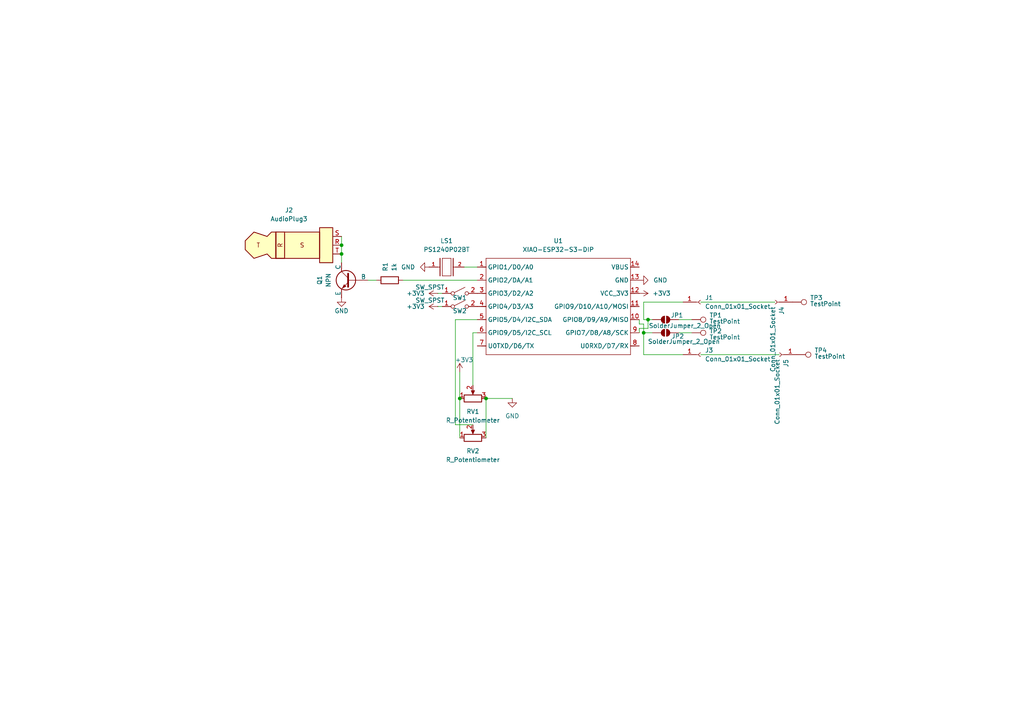
<source format=kicad_sch>
(kicad_sch (version 20231120) (generator "eeschema") (generator_version "8.0")
  (paper "A4")
  (lib_symbols
    (symbol "Connector:Conn_01x01_Socket" (pin_names (offset 1.016) hide)
      (property "Reference" "J" (at 0 2.54 0))
      (property "Value" "Conn_01x01_Socket" (at 0 -2.54 0))
      (symbol "Conn_01x01_Socket_1_1"
        (polyline (pts (xy -1.27 0) (xy -0.508 0)) (stroke (width 0.1524)))
        (arc (start 0 0.508) (mid -0.5058 0) (end 0 -0.508) (stroke (width 0.1524)))
        (pin passive line (at -5.08 0 0) (length 3.81) (name "Pin_1") (number "1"))
      )
    )
    (symbol "Connector:TestPoint" (pin_numbers hide) (pin_names (offset 0.762) hide)
      (property "Reference" "TP" (at 0 6.858 0))
      (property "Value" "TestPoint" (at 0 5.08 0))
      (symbol "TestPoint_0_1"
        (circle (center 0 3.302) (radius 0.762))
      )
      (symbol "TestPoint_1_1"
        (pin passive line (at 0 0 90) (length 2.54) (name "1") (number "1"))
      )
    )
    (symbol "Connector_Audio:AudioPlug3"
      (property "Reference" "J" (at 1.27 6.35 0))
      (property "Value" "AudioPlug3" (at 1.27 -6.35 0))
      (symbol "AudioPlug3_0_0"
        (text "R" (at -2.54 0 900) (effects (font (size 1.27 1.27))))
      )
      (symbol "AudioPlug3_0_1"
        (rectangle (start -3.81 3.81) (end -1.27 -3.81) (stroke (width 0.254)))
        (rectangle (start -1.27 -1.27) (end -1.27 -1.27))
      )
      (symbol "AudioPlug3_1_0"
        (text "S" (at 3.81 0 0) (effects (font (size 1.27 1.27))))
        (text "T" (at -8.89 0 0) (effects (font (size 1.27 1.27))))
      )
      (symbol "AudioPlug3_1_1"
        (rectangle (start -3.81 3.81) (end 8.89 -3.81) (stroke (width 0.254)) (fill (type background)))
        (polyline (pts (xy -3.81 3.81) (xy -5.08 3.81) (xy -6.35 2.54) (xy -10.16 3.81) (xy -12.7 1.27) (xy -12.7 -1.27) (xy -10.16 -3.81) (xy -6.35 -2.54) (xy -5.08 -3.81) (xy -3.81 -3.81) (xy -3.81 3.81)) (stroke (width 0.254)) (fill (type background)))
        (rectangle (start 12.7 5.08) (end 8.89 -5.08) (stroke (width 0.254)) (fill (type background)))
        (pin passive line (at 15.24 0 180) (length 2.54) (name "~") (number "R"))
        (pin passive line (at 15.24 2.54 180) (length 2.54) (name "~") (number "S"))
        (pin passive line (at 15.24 -2.54 180) (length 2.54) (name "~") (number "T"))
      )
    )
    (symbol "Device:R" (pin_numbers hide) (pin_names (offset 0))
      (property "Reference" "R" (at 2.032 0 90))
      (property "Value" "R" (at 0 0 90))
      (symbol "R_0_1"
        (rectangle (start -1.016 -2.54) (end 1.016 2.54) (stroke (width 0.254)))
      )
      (symbol "R_1_1"
        (pin passive line (at 0 3.81 270) (length 1.27) (name "~") (number "1"))
        (pin passive line (at 0 -3.81 90) (length 1.27) (name "~") (number "2"))
      )
    )
    (symbol "Device:R_Potentiometer" (pin_names (offset 1.016) hide)
      (property "Reference" "RV" (at -4.445 0 90))
      (property "Value" "R_Potentiometer" (at -2.54 0 90))
      (symbol "R_Potentiometer_0_1"
        (polyline (pts (xy 2.54 0) (xy 1.524 0)))
        (polyline (pts (xy 1.143 0) (xy 2.286 0.508) (xy 2.286 -0.508) (xy 1.143 0)) (fill (type outline)))
        (rectangle (start 1.016 2.54) (end -1.016 -2.54) (stroke (width 0.254)))
      )
      (symbol "R_Potentiometer_1_1"
        (pin passive line (at 0 3.81 270) (length 1.27) (name "1") (number "1"))
        (pin passive line (at 3.81 0 180) (length 1.27) (name "2") (number "2"))
        (pin passive line (at 0 -3.81 90) (length 1.27) (name "3") (number "3"))
      )
    )
    (symbol "Jumper:SolderJumper_2_Open" (pin_numbers hide) (pin_names (offset 0) hide) (exclude_from_sim yes) (in_bom no)
      (property "Reference" "JP" (at 0 2.032 0))
      (property "Value" "SolderJumper_2_Open" (at 0 -2.54 0))
      (symbol "SolderJumper_2_Open_0_1"
        (arc (start -0.254 1.016) (mid -1.2656 0) (end -0.254 -1.016))
        (arc (start -0.254 1.016) (mid -1.2656 0) (end -0.254 -1.016) (fill (type outline)))
        (polyline (pts (xy -0.254 1.016) (xy -0.254 -1.016)))
        (polyline (pts (xy 0.254 1.016) (xy 0.254 -1.016)))
        (arc (start 0.254 -1.016) (mid 1.2656 0) (end 0.254 1.016))
        (arc (start 0.254 -1.016) (mid 1.2656 0) (end 0.254 1.016) (fill (type outline)))
      )
      (symbol "SolderJumper_2_Open_1_1"
        (pin passive line (at -3.81 0 0) (length 2.54) (name "A") (number "1"))
        (pin passive line (at 3.81 0 180) (length 2.54) (name "B") (number "2"))
      )
    )
    (symbol "PS1240P02BT:PS1240P02BT" (pin_names (offset 1.016))
      (property "Reference" "LS" (at -3.81 3.81 0))
      (property "Value" "PS1240P02BT" (at -3.81 -5.08 0))
      (symbol "PS1240P02BT_0_0"
        (polyline (pts (xy -2.54 0) (xy -1.905 0)) (stroke (width 0.1524)))
        (polyline (pts (xy -1.905 -2.54) (xy -1.905 0)) (stroke (width 0.254)))
        (polyline (pts (xy -1.905 0) (xy -1.905 2.54)) (stroke (width 0.254)))
        (polyline (pts (xy -1.27 -2.54) (xy 1.27 -2.54)) (stroke (width 0.1524)))
        (polyline (pts (xy -1.27 2.54) (xy -1.27 -2.54)) (stroke (width 0.1524)))
        (polyline (pts (xy 1.27 -2.54) (xy 1.27 2.54)) (stroke (width 0.1524)))
        (polyline (pts (xy 1.27 2.54) (xy -1.27 2.54)) (stroke (width 0.1524)))
        (polyline (pts (xy 1.905 0) (xy 1.905 -2.54)) (stroke (width 0.254)))
        (polyline (pts (xy 1.905 0) (xy 2.54 0)) (stroke (width 0.1524)))
        (polyline (pts (xy 1.905 2.54) (xy 1.905 0)) (stroke (width 0.254)))
        (pin passive line (at -5.08 0 0) (length 2.54) (name "~") (number "1"))
        (pin passive line (at 5.08 0 180) (length 2.54) (name "~") (number "2"))
      )
    )
    (symbol "Seeed_Studio_XIAO_Series:XIAO-ESP32-S3-DIP"
      (property "Reference" "U" (at 1.27 0.508 0))
      (property "Value" "XIAO-ESP32-S3-DIP" (at 9.652 -1.778 0))
      (symbol "XIAO-ESP32-S3-DIP_1_0"
        (polyline (pts (xy 0 -30.48) (xy 0 -16.51)) (stroke (width 0.1524)))
        (polyline (pts (xy 0 -27.94) (xy -1.27 -27.94)) (stroke (width 0.1524)))
        (polyline (pts (xy 0 -24.13) (xy -1.27 -24.13)) (stroke (width 0.1524)))
        (polyline (pts (xy 0 -20.32) (xy -1.27 -20.32)) (stroke (width 0.1524)))
        (polyline (pts (xy 0 -16.51) (xy -1.27 -16.51)) (stroke (width 0.1524)))
        (polyline (pts (xy 0 -16.51) (xy 0 -12.7)) (stroke (width 0.1524)))
        (polyline (pts (xy 0 -12.7) (xy -1.27 -12.7)) (stroke (width 0.1524)))
        (polyline (pts (xy 0 -12.7) (xy 0 -8.89)) (stroke (width 0.1524)))
        (polyline (pts (xy 0 -8.89) (xy -1.27 -8.89)) (stroke (width 0.1524)))
        (polyline (pts (xy 0 -8.89) (xy 0 -5.08)) (stroke (width 0.1524)))
        (polyline (pts (xy 0 -5.08) (xy -1.27 -5.08)) (stroke (width 0.1524)))
        (polyline (pts (xy 0 -5.08) (xy 0 -2.54)) (stroke (width 0.1524)))
        (polyline (pts (xy 0 -2.54) (xy 41.91 -2.54)) (stroke (width 0.1524)))
        (polyline (pts (xy 41.91 -30.48) (xy 0 -30.48)) (stroke (width 0.1524)))
        (polyline (pts (xy 41.91 -12.7) (xy 41.91 -30.48)) (stroke (width 0.1524)))
        (polyline (pts (xy 41.91 -8.89) (xy 41.91 -12.7)) (stroke (width 0.1524)))
        (polyline (pts (xy 41.91 -5.08) (xy 41.91 -8.89)) (stroke (width 0.1524)))
        (polyline (pts (xy 41.91 -2.54) (xy 41.91 -5.08)) (stroke (width 0.1524)))
        (polyline (pts (xy 43.18 -27.94) (xy 41.91 -27.94)) (stroke (width 0.1524)))
        (polyline (pts (xy 43.18 -24.13) (xy 41.91 -24.13)) (stroke (width 0.1524)))
        (polyline (pts (xy 43.18 -20.32) (xy 41.91 -20.32)) (stroke (width 0.1524)))
        (polyline (pts (xy 43.18 -16.51) (xy 41.91 -16.51)) (stroke (width 0.1524)))
        (polyline (pts (xy 43.18 -12.7) (xy 41.91 -12.7)) (stroke (width 0.1524)))
        (polyline (pts (xy 43.18 -8.89) (xy 41.91 -8.89)) (stroke (width 0.1524)))
        (polyline (pts (xy 43.18 -5.08) (xy 41.91 -5.08)) (stroke (width 0.1524)))
        (pin passive line (at -2.54 -5.08 0) (length 2.54) (name "GPIO1/D0/A0") (number "1"))
        (pin passive line (at 44.45 -20.32 180) (length 2.54) (name "GPIO8/D9/A9/MISO") (number "10"))
        (pin passive line (at 44.45 -16.51 180) (length 2.54) (name "GPIO9/D10/A10/MOSI") (number "11"))
        (pin passive line (at 44.45 -12.7 180) (length 2.54) (name "VCC_3V3") (number "12"))
        (pin passive line (at 44.45 -8.89 180) (length 2.54) (name "GND") (number "13"))
        (pin passive line (at 44.45 -5.08 180) (length 2.54) (name "VBUS") (number "14"))
        (pin passive line (at -2.54 -8.89 0) (length 2.54) (name "GPIO2/DA/A1") (number "2"))
        (pin passive line (at -2.54 -12.7 0) (length 2.54) (name "GPIO3/D2/A2") (number "3"))
        (pin passive line (at -2.54 -16.51 0) (length 2.54) (name "GPIO4/D3/A3") (number "4"))
        (pin passive line (at -2.54 -20.32 0) (length 2.54) (name "GPIO5/D4/I2C_SDA") (number "5"))
        (pin passive line (at -2.54 -24.13 0) (length 2.54) (name "GPIO9/D5/I2C_SCL") (number "6"))
        (pin passive line (at -2.54 -27.94 0) (length 2.54) (name "U0TXD/D6/TX") (number "7"))
        (pin passive line (at 44.45 -27.94 180) (length 2.54) (name "U0RXD/D7/RX") (number "8"))
        (pin passive line (at 44.45 -24.13 180) (length 2.54) (name "GPIO7/D8/A8/SCK") (number "9"))
      )
    )
    (symbol "Simulation_SPICE:NPN" (pin_numbers hide) (pin_names (offset 0))
      (property "Reference" "Q" (at -2.54 7.62 0))
      (property "Value" "NPN" (at -2.54 5.08 0))
      (symbol "NPN_0_1"
        (polyline (pts (xy -2.54 0) (xy 0.635 0)) (stroke (width 0.1524)))
        (polyline (pts (xy 0.635 0.635) (xy 2.54 2.54)))
        (polyline (pts (xy 2.794 -1.27) (xy 2.794 -1.27)) (stroke (width 0.1524)))
        (polyline (pts (xy 2.794 -1.27) (xy 2.794 -1.27)) (stroke (width 0.1524)))
        (polyline (pts (xy 0.635 -0.635) (xy 2.54 -2.54) (xy 2.54 -2.54)))
        (polyline (pts (xy 0.635 1.905) (xy 0.635 -1.905) (xy 0.635 -1.905)) (stroke (width 0.508)))
        (polyline (pts (xy 1.27 -1.778) (xy 1.778 -1.27) (xy 2.286 -2.286) (xy 1.27 -1.778) (xy 1.27 -1.778)) (fill (type outline)))
        (circle (center 1.27 0) (radius 2.8194) (stroke (width 0.254)))
      )
      (symbol "NPN_1_1"
        (pin open_collector line (at 2.54 5.08 270) (length 2.54) (name "C") (number "1"))
        (pin input line (at -5.08 0 0) (length 2.54) (name "B") (number "2"))
        (pin open_emitter line (at 2.54 -5.08 90) (length 2.54) (name "E") (number "3"))
      )
    )
    (symbol "Switch:SW_SPST" (pin_names (offset 0) hide)
      (property "Reference" "SW" (at 0 3.175 0))
      (property "Value" "SW_SPST" (at 0 -2.54 0))
      (symbol "SW_SPST_0_0"
        (circle (center -2.032 0) (radius 0.508))
        (polyline (pts (xy -1.524 0.254) (xy 1.524 1.778)))
        (circle (center 2.032 0) (radius 0.508))
      )
      (symbol "SW_SPST_1_1"
        (pin passive line (at -5.08 0 0) (length 2.54) (name "A") (number "1"))
        (pin passive line (at 5.08 0 180) (length 2.54) (name "B") (number "2"))
      )
    )
    (symbol "power:+3V3" (power) (pin_numbers hide) (pin_names (offset 0) hide)
      (property "Value" "+3V3" (at 0 3.556 0))
      (symbol "+3V3_0_1"
        (polyline (pts (xy -0.762 1.27) (xy 0 2.54)))
        (polyline (pts (xy 0 0) (xy 0 2.54)))
        (polyline (pts (xy 0 2.54) (xy 0.762 1.27)))
      )
      (symbol "+3V3_1_1"
        (pin power_in line (at 0 0 90) (length 0) (name "~") (number "1"))
      )
    )
    (symbol "power:GND" (power) (pin_numbers hide) (pin_names (offset 0) hide)
      (property "Value" "GND" (at 0 -3.81 0))
      (symbol "GND_0_1"
        (polyline (pts (xy 0 0) (xy 0 -1.27) (xy 1.27 -1.27) (xy 0 -2.54) (xy -1.27 -1.27) (xy 0 -1.27)))
      )
      (symbol "GND_1_1"
        (pin power_in line (at 0 0 270) (length 0) (name "~") (number "1"))
      )
    )
  )
  (junction (at 186.69 96.52))
  (junction (at 99.06 71.12))
  (junction (at 140.97 115.57))
  (junction (at 133.35 115.57))
  (junction (at 99.06 73.66))
  (junction (at 187.96 92.71))
  (wire (pts (xy 137.16 96.52) (xy 138.43 96.52)))
  (wire (pts (xy 185.42 93.98) (xy 186.69 93.98)))
  (wire (pts (xy 140.97 115.57) (xy 148.59 115.57)))
  (wire (pts (xy 99.06 71.12) (xy 99.06 73.66)))
  (wire (pts (xy 137.16 96.52) (xy 137.16 111.76)))
  (wire (pts (xy 185.42 96.52) (xy 185.42 95.25)))
  (wire (pts (xy 189.23 96.52) (xy 186.69 96.52)))
  (wire (pts (xy 128.27 88.9) (xy 127 88.9)))
  (wire (pts (xy 203.2 87.63) (xy 224.79 87.63)))
  (wire (pts (xy 200.66 96.52) (xy 196.85 96.52)))
  (wire (pts (xy 99.06 68.58) (xy 99.06 71.12)))
  (wire (pts (xy 132.08 123.19) (xy 132.08 92.71)))
  (wire (pts (xy 186.69 102.87) (xy 198.12 102.87)))
  (wire (pts (xy 189.23 92.71) (xy 187.96 92.71)))
  (wire (pts (xy 187.96 95.25) (xy 187.96 92.71)))
  (wire (pts (xy 137.16 123.19) (xy 132.08 123.19)))
  (wire (pts (xy 133.35 115.57) (xy 133.35 127)))
  (wire (pts (xy 186.69 96.52) (xy 186.69 102.87)))
  (wire (pts (xy 99.06 73.66) (xy 99.06 76.2)))
  (wire (pts (xy 185.42 92.71) (xy 185.42 93.98)))
  (wire (pts (xy 133.35 115.57) (xy 133.35 107.95)))
  (wire (pts (xy 203.2 102.87) (xy 226.06 102.87)))
  (wire (pts (xy 186.69 93.98) (xy 186.69 96.52)))
  (wire (pts (xy 132.08 92.71) (xy 138.43 92.71)))
  (wire (pts (xy 185.42 95.25) (xy 187.96 95.25)))
  (wire (pts (xy 186.69 92.71) (xy 186.69 87.63)))
  (wire (pts (xy 116.84 81.28) (xy 138.43 81.28)))
  (wire (pts (xy 134.62 77.47) (xy 138.43 77.47)))
  (wire (pts (xy 106.68 81.28) (xy 109.22 81.28)))
  (wire (pts (xy 128.27 85.09) (xy 127 85.09)))
  (wire (pts (xy 200.66 92.71) (xy 196.85 92.71)))
  (wire (pts (xy 187.96 92.71) (xy 186.69 92.71)))
  (wire (pts (xy 186.69 87.63) (xy 198.12 87.63)))
  (wire (pts (xy 140.97 115.57) (xy 140.97 127)))
  (symbol (lib_id "Connector:TestPoint") (at 231.14 102.87 270) (unit 1)
    (property "Reference" "TP4" (at 236.22 101.5999 90) (effects (justify left)))
    (property "Value" "TestPoint" (at 236.22 103.378 90) (effects (justify left)))
    (property "Footprint" "Custom:Copper Pad" (effects (hide yes)))
    (property "Description" "test point" (effects (hide yes)))
  )
  (symbol (lib_id "power:GND") (at 124.46 77.47 270) (unit 1)
    (property "Reference" "#PWR02" (effects (hide yes)))
    (property "Value" "GND" (at 120.396 77.47 90) (effects (justify right)))
    (property "Description" "Power symbol creates a global label with name \"GND\" , ground" (effects (hide yes)))
  )
  (symbol (lib_id "Connector:TestPoint") (at 229.87 87.63 270) (unit 1)
    (property "Reference" "TP3" (at 234.95 86.3599 90) (effects (justify left)))
    (property "Value" "TestPoint" (at 234.95 88.138 90) (effects (justify left)))
    (property "Footprint" "Custom:Copper Pad" (effects (hide yes)))
    (property "Description" "test point" (effects (hide yes)))
  )
  (symbol (lib_id "Connector:Conn_01x01_Socket") (at 226.06 102.87 180) (unit 1)
    (property "Reference" "J5" (at 227.9651 104.14 90) (effects (justify left)))
    (property "Value" "Conn_01x01_Socket" (at 225.4251 104.14 90) (effects (justify left)))
    (property "Footprint" "Connector_Wire:SolderWire-0.1sqmm_1x01_D0.4mm_OD1mm" (effects (hide yes)))
    (property "Description" "Generic connector, single row, 01x01, script generated" (effects (hide yes)))
  )
  (symbol (lib_id "power:GND") (at 185.42 81.28 90) (unit 1)
    (property "Reference" "#PWR06" (effects (hide yes)))
    (property "Value" "GND" (at 189.484 81.28 90) (effects (justify right)))
    (property "Description" "Power symbol creates a global label with name \"GND\" , ground" (effects (hide yes)))
  )
  (symbol (lib_id "Switch:SW_SPST") (at 133.35 85.09 0) (unit 1)
    (property "Reference" "SW1" (at 133.35 86.36 0))
    (property "Value" "SW_SPST" (at 124.714 83.312 0))
    (property "Footprint" "Button_Switch_THT:SW_Slide_SPDT_Straight_CK_OS102011MS2Q" (effects (hide yes)))
    (property "Description" "Single Pole Single Throw (SPST) switch" (effects (hide yes)))
  )
  (symbol (lib_id "Jumper:SolderJumper_2_Open") (at 193.04 92.71 0) (unit 1) (exclude_from_sim yes) (in_bom no)
    (property "Reference" "JP2" (at 196.596 97.536 0))
    (property "Value" "SolderJumper_2_Open" (at 198.628 94.488 0))
    (property "Footprint" "Jumper:SolderJumper-2_P1.3mm_Open_Pad1.0x1.5mm" (effects (hide yes)))
    (property "Description" "Solder Jumper, 2-pole, open" (effects (hide yes)))
  )
  (symbol (lib_id "Connector_Audio:AudioPlug3") (at 83.82 71.12 0) (unit 1)
    (property "Reference" "J2" (at 83.82 60.96 0))
    (property "Value" "AudioPlug3" (at 83.82 63.5 0))
    (property "Footprint" "Connector_Audio:Jack_3.5mm_CUI_SJ1-3533NG_Horizontal" (effects (hide yes)))
    (property "Description" "Audio Jack, 3 Poles (Stereo / TRS)" (effects (hide yes)))
  )
  (symbol (lib_id "power:+3V3") (at 127 88.9 90) (unit 1)
    (property "Reference" "#PWR08" (effects (hide yes)))
    (property "Value" "+3V3" (at 123.19 88.8999 90) (effects (justify left)))
    (property "Description" "Power symbol creates a global label with name \"+3V3\"" (effects (hide yes)))
  )
  (symbol (lib_id "Seeed_Studio_XIAO_Series:XIAO-ESP32-S3-DIP") (at 140.97 72.39 0) (unit 1)
    (property "Reference" "U1" (at 161.925 69.85 0))
    (property "Value" "XIAO-ESP32-S3-DIP" (at 161.925 72.39 0))
    (property "Footprint" "Library:XIAO-Generic-Thruhole-14P-2.54-21X17.8MM" (effects (hide yes)))
  )
  (symbol (lib_id "power:GND") (at 99.06 86.36 0) (unit 1)
    (property "Reference" "#PWR01" (effects (hide yes)))
    (property "Value" "GND" (at 99.06 90.17 0))
    (property "Description" "Power symbol creates a global label with name \"GND\" , ground" (effects (hide yes)))
  )
  (symbol (lib_id "Connector:Conn_01x01_Socket") (at 203.2 87.63 0) (unit 1)
    (property "Reference" "J1" (at 204.47 86.3599 0) (effects (justify left)))
    (property "Value" "Conn_01x01_Socket" (at 204.47 88.8999 0) (effects (justify left)))
    (property "Footprint" "Connector_Wire:SolderWire-0.1sqmm_1x01_D0.4mm_OD1mm" (effects (hide yes)))
    (property "Description" "Generic connector, single row, 01x01, script generated" (effects (hide yes)))
  )
  (symbol (lib_id "power:+3V3") (at 133.35 107.95 0) (unit 1)
    (property "Reference" "#PWR04" (effects (hide yes)))
    (property "Value" "+3V3" (at 134.62 104.394 0))
    (property "Description" "Power symbol creates a global label with name \"+3V3\"" (effects (hide yes)))
  )
  (symbol (lib_id "PS1240P02BT:PS1240P02BT") (at 129.54 77.47 0) (unit 1)
    (property "Reference" "LS1" (at 129.54 69.85 0))
    (property "Value" "PS1240P02BT" (at 129.54 72.39 0))
    (property "Footprint" "Buzzer_Beeper:Buzzer_TDK_PS1240P02BT_D12.2mm_H6.5mm" (effects (hide yes)))
    (property "MF" "TDK Corporation" (effects (hide yes)))
    (property "MAXIMUM_PACKAGE_HEIGHT" "7.0mm" (effects (hide yes)))
    (property "PACKAGE" "SIP-5 TDK" (effects (hide yes)))
    (property "PRICE" "None" (effects (hide yes)))
    (property "Package" "Custom Package TDK" (effects (hide yes)))
    (property "Check_prices" "https://www.snapeda.com/parts/PS1240P02BT/TDK/view-part/?ref=eda" (effects (hide yes)))
    (property "Price" "None" (effects (hide yes)))
    (property "SnapEDA_Link" "https://www.snapeda.com/parts/PS1240P02BT/TDK/view-part/?ref=snap" (effects (hide yes)))
    (property "MP" "PS1240P02BT" (effects (hide yes)))
    (property "Description_1" "\n                        \n                            Buzzers Transducer, Externally Driven Piezo 3 V - 4kHz 60dB @ 3V, 10cm Through Hole PC Pins\n                        \n" (effects (hide yes)))
    (property "Availability" "In Stock" (effects (hide yes)))
    (property "AVAILABILITY" "Unavailable" (effects (hide yes)))
    (property "DESCRIPTION" "Buzzers Transducer, Externally Driven Piezo 3V 4kHz 60dB @ 3V, 10cm Through Hole PC Pins" (effects (hide yes)))
  )
  (symbol (lib_id "Switch:SW_SPST") (at 133.35 88.9 0) (unit 1)
    (property "Reference" "SW2" (at 133.35 90.17 0))
    (property "Value" "SW_SPST" (at 124.714 87.122 0))
    (property "Footprint" "Button_Switch_THT:SW_Slide_SPDT_Straight_CK_OS102011MS2Q" (effects (hide yes)))
    (property "Description" "Single Pole Single Throw (SPST) switch" (effects (hide yes)))
  )
  (symbol (lib_id "Simulation_SPICE:NPN") (at 101.6 81.28 0) (mirror y) (unit 1)
    (property "Reference" "Q1" (at 92.71 81.28 90))
    (property "Value" "NPN" (at 95.25 81.28 90))
    (property "Footprint" "Package_TO_SOT_THT:TO-92L_HandSolder" (effects (hide yes)))
    (property "Datasheet" "https://ngspice.sourceforge.io/docs/ngspice-html-manual/manual.xhtml#cha_BJTs" (effects (hide yes)))
    (property "Description" "Bipolar transistor symbol for simulation only, substrate tied to the emitter" (effects (hide yes)))
    (property "Sim.Device" "NPN" (effects (hide yes)))
    (property "Sim.Type" "GUMMELPOON" (effects (hide yes)))
    (property "Sim.Pins" "1=C 2=B 3=E" (effects (hide yes)))
  )
  (symbol (lib_id "Device:R_Potentiometer") (at 137.16 127 90) (unit 1)
    (property "Reference" "RV2" (at 137.16 130.81 90))
    (property "Value" "R_Potentiometer" (at 137.16 133.35 90))
    (property "Footprint" "Potentiometer_THT:Potentiometer_Vishay_T73YP_Vertical" (effects (hide yes)))
    (property "Description" "Potentiometer" (effects (hide yes)))
  )
  (symbol (lib_id "Device:R_Potentiometer") (at 137.16 115.57 90) (unit 1)
    (property "Reference" "RV1" (at 137.16 119.38 90))
    (property "Value" "R_Potentiometer" (at 137.16 121.92 90))
    (property "Footprint" "Potentiometer_THT:Potentiometer_Vishay_T73YP_Vertical" (effects (hide yes)))
    (property "Description" "Potentiometer" (effects (hide yes)))
  )
  (symbol (lib_id "power:GND") (at 148.59 115.57 0) (unit 1)
    (property "Reference" "#PWR05" (effects (hide yes)))
    (property "Value" "GND" (at 148.59 120.65 0))
    (property "Description" "Power symbol creates a global label with name \"GND\" , ground" (effects (hide yes)))
  )
  (symbol (lib_id "Connector:TestPoint") (at 200.66 96.52 270) (unit 1)
    (property "Reference" "TP2" (at 205.74 96.012 90) (effects (justify left)))
    (property "Value" "TestPoint" (at 205.74 97.7899 90) (effects (justify left)))
    (property "Footprint" "Custom:Copper Pad" (effects (hide yes)))
    (property "Description" "test point" (effects (hide yes)))
  )
  (symbol (lib_id "Jumper:SolderJumper_2_Open") (at 193.04 96.52 0) (unit 1) (exclude_from_sim yes) (in_bom no)
    (property "Reference" "JP1" (at 196.342 91.44 0))
    (property "Value" "SolderJumper_2_Open" (at 198.374 99.06 0))
    (property "Footprint" "Jumper:SolderJumper-2_P1.3mm_Open_Pad1.0x1.5mm" (effects (hide yes)))
    (property "Description" "Solder Jumper, 2-pole, open" (effects (hide yes)))
  )
  (symbol (lib_id "Connector:Conn_01x01_Socket") (at 224.79 87.63 180) (unit 1)
    (property "Reference" "J4" (at 226.6951 88.9 90) (effects (justify left)))
    (property "Value" "Conn_01x01_Socket" (at 224.1551 88.9 90) (effects (justify left)))
    (property "Footprint" "Connector_Wire:SolderWire-0.1sqmm_1x01_D0.4mm_OD1mm" (effects (hide yes)))
    (property "Description" "Generic connector, single row, 01x01, script generated" (effects (hide yes)))
  )
  (symbol (lib_id "Connector:TestPoint") (at 200.66 92.71 270) (unit 1)
    (property "Reference" "TP1" (at 205.74 91.4399 90) (effects (justify left)))
    (property "Value" "TestPoint" (at 205.74 93.218 90) (effects (justify left)))
    (property "Footprint" "Custom:Copper Pad" (effects (hide yes)))
    (property "Description" "test point" (effects (hide yes)))
  )
  (symbol (lib_id "power:+3V3") (at 185.42 85.09 270) (unit 1)
    (property "Reference" "#PWR07" (effects (hide yes)))
    (property "Value" "+3V3" (at 189.23 85.0899 90) (effects (justify left)))
    (property "Description" "Power symbol creates a global label with name \"+3V3\"" (effects (hide yes)))
  )
  (symbol (lib_id "Device:R") (at 113.03 81.28 90) (unit 1)
    (property "Reference" "R1" (at 111.7599 78.74 0) (effects (justify left)))
    (property "Value" "1k" (at 114.2999 78.74 0) (effects (justify left)))
    (property "Footprint" "Resistor_THT:R_Axial_DIN0207_L6.3mm_D2.5mm_P7.62mm_Horizontal" (effects (hide yes)))
    (property "Description" "Resistor" (effects (hide yes)))
  )
  (symbol (lib_id "power:+3V3") (at 127 85.09 90) (unit 1)
    (property "Reference" "#PWR03" (effects (hide yes)))
    (property "Value" "+3V3" (at 123.19 85.0899 90) (effects (justify left)))
    (property "Description" "Power symbol creates a global label with name \"+3V3\"" (effects (hide yes)))
  )
  (symbol (lib_id "Connector:Conn_01x01_Socket") (at 203.2 102.87 0) (unit 1)
    (property "Reference" "J3" (at 204.47 101.5999 0) (effects (justify left)))
    (property "Value" "Conn_01x01_Socket" (at 204.47 104.1399 0) (effects (justify left)))
    (property "Footprint" "Connector_Wire:SolderWire-0.1sqmm_1x01_D0.4mm_OD1mm" (effects (hide yes)))
    (property "Description" "Generic connector, single row, 01x01, script generated" (effects (hide yes)))
  )
)
</source>
